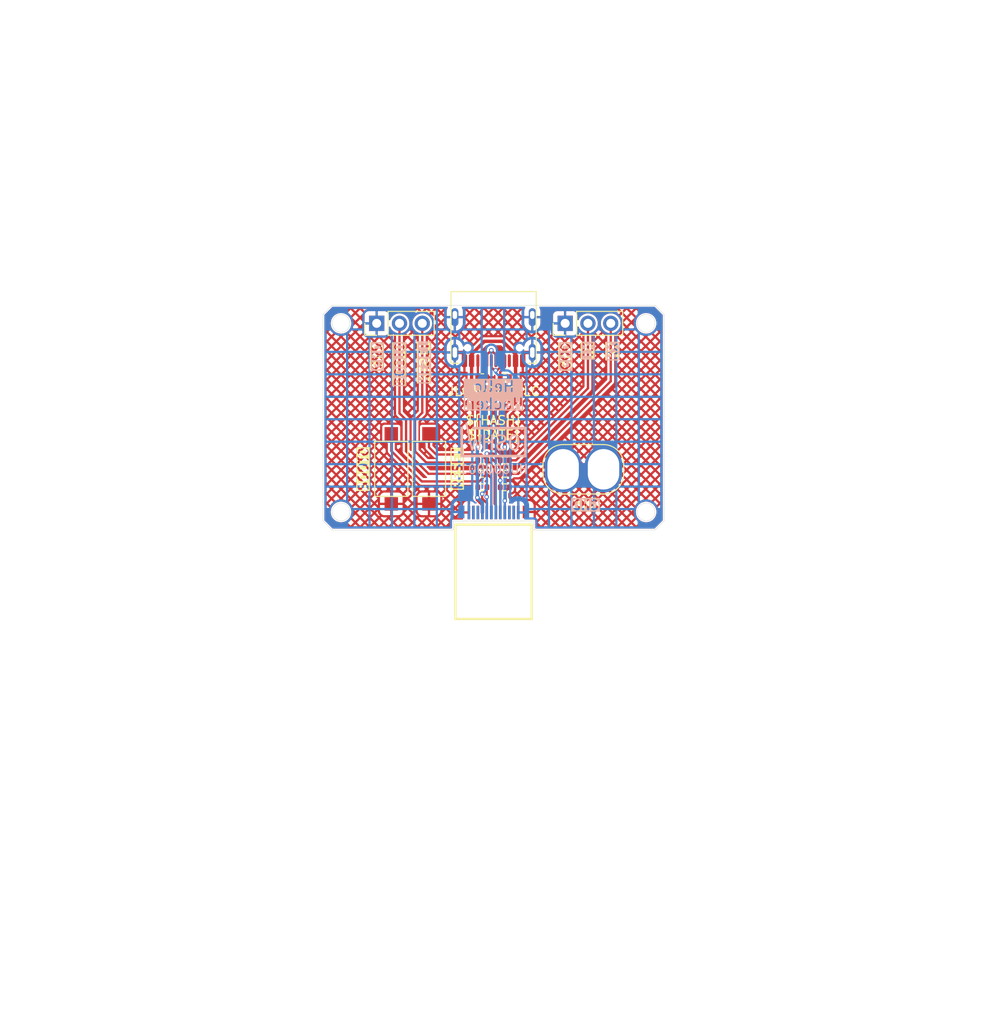
<source format=kicad_pcb>
(kicad_pcb (version 20240108) (generator "pcbnew") (generator_version "8.0")
  (layers (0 "F.Cu" signal) (31 "B.Cu" signal) (34 "B.Paste" user) (35 "F.Paste" user) (36 "B.SilkS" user "B.Silkscreen") (37 "F.SilkS" user "F.Silkscreen") (38 "B.Mask" user) (39 "F.Mask" user) (44 "Edge.Cuts" user))
  (net 0 "")
  (net 5 "Net-(USB501-VCONN)")
  (net 9 "Net-(USB501-CC)")
  (net 10 "/A7")
  (net 12 "Net-(J503-Pin_2)")
  (net 15 "GND")
  (net 16 "Net-(J501-D--PadA7)")
  (net 17 "Net-(J501-D+-PadA6)")
  (net 18 "/A6")
  (net 19 "Net-(J503-Pin_3)")
  (net 20 "VBUS")
  (net 21 "Net-(J502-Pin_3)")
  (net 22 "/SBU1")
  (net 23 "Net-(J502-Pin_2)")
  (net 24 "Net-(J501-CC2)")
  (net 25 "Net-(J501-CC1)")
  (net 26 "/SBU2")
  (footprint "Button_Switch_SMD:SW_SPST_CK_RS282G05A3" (layer "F.Cu") (at 92.8 93.2 90)
    (property "Reference" "SW502" (hide yes))
    (property "Value" "C2905169")
    (pad "1" smd rect (at -3.9 0 90) (size 1.5 1.5) (layers "F.Cu" "F.Paste" "F.Mask") (net 15 "GND"))
    (pad "2" smd rect (at 3.9 0 90) (size 1.5 1.5) (layers "F.Cu" "F.Paste" "F.Mask") (net 18 "/A6"))
  )
  (footprint "suku_basics:RES_0402" (layer "F.Cu") (at 98.75 93.75 180)
    (property "Reference" "R503" (hide yes))
    (property "Value" "0R")
    (pad "1" smd roundrect (at -0.51 0 180) (size 0.54 0.64) (layers "F.Cu" "F.Paste" "F.Mask") (net 10 "/A7"))
    (pad "2" smd roundrect (at 0.51 0 180) (size 0.54 0.64) (layers "F.Cu" "F.Paste" "F.Mask") (net 12 "Net-(J503-Pin_2)"))
  )
  (footprint "suku_basics:RES_0402" (layer "F.Cu") (at 101.25 93.75 180)
    (property "Reference" "R507" (hide yes))
    (property "Value" "0R")
    (pad "1" smd roundrect (at -0.51 0 180) (size 0.54 0.64) (layers "F.Cu" "F.Paste" "F.Mask") (net 21 "Net-(J502-Pin_3)"))
    (pad "2" smd roundrect (at 0.51 0 180) (size 0.54 0.64) (layers "F.Cu" "F.Paste" "F.Mask") (net 26 "/SBU2"))
  )
  (footprint "suku_basics:USB-TYPE-C-SMD_U261-241N-4BS60" (layer "F.Cu") (at 100 100)
    (property "Reference" "USB501" (hide yes))
    (property "Value" "U261-241N-4BS60")
    (pad "1" smd rect (at -3.6 -2) (size 0.7 1.4) (layers "B.Cu" "B.Paste" "B.Mask") (net 15 "GND"))
    (pad "2" smd rect (at 3.6 -2) (size 0.7 1.4) (layers "F.Cu" "F.Paste" "F.Mask") (net 15 "GND"))
    (pad "A1" smd rect (at 2.75 -1.94) (size 0.3 1.5) (layers "F.Cu" "F.Paste" "F.Mask") (net 15 "GND"))
    (pad "A2" smd rect (at 2.25 -1.94) (size 0.3 1.5) (layers "F.Cu" "F.Paste" "F.Mask"))
    (pad "A3" smd rect (at 1.75 -1.94) (size 0.3 1.5) (layers "F.Cu" "F.Paste" "F.Mask"))
    (pad "A4" smd rect (at 1.25 -1.94) (size 0.3 1.5) (layers "F.Cu" "F.Paste" "F.Mask") (net 20 "VBUS"))
    (pad "A5" smd rect (at 0.75 -1.94) (size 0.3 1.5) (layers "F.Cu" "F.Paste" "F.Mask") (net 9 "Net-(USB501-CC)"))
    (pad "A6" smd rect (at 0.25 -1.94) (size 0.3 1.5) (layers "F.Cu" "F.Paste" "F.Mask") (net 18 "/A6"))
    (pad "A7" smd rect (at -0.25 -1.94) (size 0.3 1.5) (layers "F.Cu" "F.Paste" "F.Mask") (net 10 "/A7"))
    (pad "A8" smd rect (at -0.75 -1.94) (size 0.3 1.5) (layers "F.Cu" "F.Paste" "F.Mask") (net 22 "/SBU1"))
    (pad "A9" smd rect (at -1.25 -1.94) (size 0.3 1.5) (layers "F.Cu" "F.Paste" "F.Mask") (net 20 "VBUS"))
    (pad "A10" smd rect (at -1.75 -1.94) (size 0.3 1.5) (layers "F.Cu" "F.Paste" "F.Mask"))
    (pad "A11" smd rect (at -2.25 -1.94) (size 0.3 1.5) (layers "F.Cu" "F.Paste" "F.Mask"))
    (pad "A12" smd rect (at -2.75 -1.94) (size 0.3 1.5) (layers "F.Cu" "F.Paste" "F.Mask") (net 15 "GND"))
    (pad "B1" smd rect (at -2.75 -1.94) (size 0.3 1.5) (layers "B.Cu" "B.Paste" "B.Mask") (net 15 "GND"))
    (pad "B2" smd rect (at -2.25 -1.94) (size 0.3 1.5) (layers "B.Cu" "B.Paste" "B.Mask"))
    (pad "B3" smd rect (at -1.75 -1.94) (size 0.3 1.5) (layers "B.Cu" "B.Paste" "B.Mask"))
    (pad "B4" smd rect (at -1.25 -1.94) (size 0.3 1.5) (layers "B.Cu" "B.Paste" "B.Mask") (net 20 "VBUS"))
    (pad "B5" smd rect (at -0.75 -1.94) (size 0.3 1.5) (layers "B.Cu" "B.Paste" "B.Mask") (net 5 "Net-(USB501-VCONN)"))
    (pad "B6" smd rect (at -0.25 -1.94) (size 0.3 1.5) (layers "B.Cu" "B.Paste" "B.Mask") (net 17 "Net-(J501-D+-PadA6)"))
    (pad "B7" smd rect (at 0.25 -1.94) (size 0.3 1.5) (layers "B.Cu" "B.Paste" "B.Mask") (net 16 "Net-(J501-D--PadA7)"))
    (pad "B8" smd rect (at 0.75 -1.94) (size 0.3 1.5) (layers "B.Cu" "B.Paste" "B.Mask") (net 26 "/SBU2"))
    (pad "B9" smd rect (at 1.25 -1.94) (size 0.3 1.5) (layers "B.Cu" "B.Paste" "B.Mask") (net 20 "VBUS"))
    (pad "B10" smd rect (at 1.75 -1.94) (size 0.3 1.5) (layers "B.Cu" "B.Paste" "B.Mask"))
    (pad "B11" smd rect (at 2.25 -1.94) (size 0.3 1.5) (layers "B.Cu" "B.Paste" "B.Mask"))
    (pad "B12" smd rect (at 2.75 -1.94) (size 0.3 1.5) (layers "B.Cu" "B.Paste" "B.Mask") (net 15 "GND"))
  )
  (footprint "suku_basics:RES_0402" (layer "F.Cu") (at 101.25 95.25 180)
    (property "Reference" "R502" (hide yes))
    (property "Value" "1k")
    (pad "1" smd roundrect (at -0.51 0 180) (size 0.54 0.64) (layers "F.Cu" "F.Paste" "F.Mask") (net 20 "VBUS"))
    (pad "2" smd roundrect (at 0.51 0 180) (size 0.54 0.64) (layers "F.Cu" "F.Paste" "F.Mask") (net 9 "Net-(USB501-CC)"))
  )
  (footprint "suku_basics:USB_C_Korean_Hroparts_TYPE-C-31-M-12" (layer "F.Cu") (at 100 78.265 180)
    (property "Reference" "J501" (hide yes))
    (property "Value" "TYPE-C-32-M-12")
    (pad "" np_thru_hole circle (at -2.89 -1.45 180) (size 0.65 0.65) (drill 0.65) (layers "*.Cu" "*.Mask"))
    (pad "" np_thru_hole circle (at 2.89 -1.45 180) (size 0.65 0.65) (drill 0.65) (layers "*.Cu" "*.Mask"))
    (pad "A1B12" smd roundrect (at -3.25 -2.895 180) (size 0.6 1.45) (layers "F.Cu" "F.Paste" "F.Mask") (net 15 "GND"))
    (pad "A4B9" smd roundrect (at -2.45 -2.895 180) (size 0.6 1.45) (layers "F.Cu" "F.Paste" "F.Mask") (net 20 "VBUS"))
    (pad "A5" smd roundrect (at -1.25 -2.895 180) (size 0.34 1.45) (layers "F.Cu" "F.Paste" "F.Mask") (roundrect_rratio 0.5) (net 25 "Net-(J501-CC1)"))
    (pad "A6" smd roundrect (at -0.25 -2.895 180) (size 0.34 1.45) (layers "F.Cu" "F.Paste" "F.Mask") (roundrect_rratio 0.5) (net 17 "Net-(J501-D+-PadA6)"))
    (pad "A7" smd roundrect (at 0.25 -2.895 180) (size 0.34 1.45) (layers "F.Cu" "F.Paste" "F.Mask") (roundrect_rratio 0.5) (net 16 "Net-(J501-D--PadA7)"))
    (pad "A8" smd roundrect (at 1.25 -2.895 180) (size 0.34 1.45) (layers "F.Cu" "F.Paste" "F.Mask") (roundrect_rratio 0.5))
    (pad "A9B4" smd roundrect (at 2.45 -2.895 180) (size 0.6 1.45) (layers "F.Cu" "F.Paste" "F.Mask") (net 20 "VBUS"))
    (pad "A12B1" smd roundrect (at 3.25 -2.895 180) (size 0.6 1.45) (layers "F.Cu" "F.Paste" "F.Mask") (net 15 "GND"))
    (pad "B5" smd roundrect (at 1.75 -2.895 180) (size 0.34 1.45) (layers "F.Cu" "F.Paste" "F.Mask") (roundrect_rratio 0.5) (net 24 "Net-(J501-CC2)"))
    (pad "B6" smd roundrect (at 0.75 -2.895 180) (size 0.34 1.45) (layers "F.Cu" "F.Paste" "F.Mask") (roundrect_rratio 0.5) (net 17 "Net-(J501-D+-PadA6)"))
    (pad "B7" smd roundrect (at -0.75 -2.895 180) (size 0.34 1.45) (layers "F.Cu" "F.Paste" "F.Mask") (roundrect_rratio 0.5) (net 16 "Net-(J501-D--PadA7)"))
    (pad "B8" smd roundrect (at -1.75 -2.895 180) (size 0.34 1.45) (layers "F.Cu" "F.Paste" "F.Mask") (roundrect_rratio 0.5))
    (pad "S1" thru_hole oval (at -4.32 -1.98 180) (size 0.8 1.9) (drill oval 0.5 1.2) (layers "*.Cu" "*.Mask" "F.Paste") (net 15 "GND"))
    (pad "S2" thru_hole oval (at 4.32 -1.98 180) (size 0.8 1.9) (drill oval 0.5 1.2) (layers "*.Cu" "*.Mask" "F.Paste") (net 15 "GND"))
    (pad "S3" thru_hole oval (at -4.32 2.2 180) (size 0.8 2) (drill oval 0.5 0.9 (offset 0 -0.25)) (layers "*.Cu" "*.Mask" "F.Paste") (net 15 "GND"))
    (pad "S4" thru_hole oval (at 4.32 2.2 180) (size 0.8 2) (drill oval 0.5 0.9 (offset 0 -0.25)) (layers "*.Cu" "*.Mask" "F.Paste") (net 15 "GND"))
  )
  (footprint "suku_basics:OscilloscopeGround" (layer "F.Cu") (at 110 93.25)
    (property "Reference" "J504" (hide yes))
    (property "Value" "Conn_01x02")
    (pad "1" thru_hole roundrect (at -2.25 0) (size 4 5) (drill oval 3.5 4.5) (layers "*.Cu" "*.Mask") (roundrect_rratio 0.5) (net 15 "GND"))
    (pad "2" thru_hole roundrect (at 2.25 0) (size 4 5) (drill oval 3.5 4.5) (layers "*.Cu" "*.Mask") (roundrect_rratio 0.5) (net 15 "GND"))
  )
  (footprint "suku_basics:RES_0402" (layer "F.Cu") (at 98.75 83)
    (property "Reference" "R504" (hide yes))
    (property "Value" "5k1")
    (pad "1" smd roundrect (at -0.51 0) (size 0.54 0.64) (layers "F.Cu" "F.Paste" "F.Mask") (net 24 "Net-(J501-CC2)"))
    (pad "2" smd roundrect (at 0.51 0) (size 0.54 0.64) (layers "F.Cu" "F.Paste" "F.Mask") (net 15 "GND"))
  )
  (footprint "suku_basics:RES_0402" (layer "F.Cu") (at 98.75 95.25)
    (property "Reference" "R501" (hide yes))
    (property "Value" "1k")
    (pad "1" smd roundrect (at -0.51 0) (size 0.54 0.64) (layers "F.Cu" "F.Paste" "F.Mask") (net 20 "VBUS"))
    (pad "2" smd roundrect (at 0.51 0) (size 0.54 0.64) (layers "F.Cu" "F.Paste" "F.Mask") (net 5 "Net-(USB501-VCONN)"))
  )
  (footprint "Button_Switch_SMD:SW_SPST_CK_RS282G05A3" (layer "F.Cu") (at 88.6 93.2 90)
    (property "Reference" "SW501" (hide yes))
    (property "Value" "C2905169")
    (pad "1" smd rect (at -3.9 0 90) (size 1.5 1.5) (layers "F.Cu" "F.Paste" "F.Mask") (net 15 "GND"))
    (pad "2" smd rect (at 3.9 0 90) (size 1.5 1.5) (layers "F.Cu" "F.Paste" "F.Mask") (net 10 "/A7"))
  )
  (footprint "suku_basics:RES_0402" (layer "F.Cu") (at 101.25 83)
    (property "Reference" "R505" (hide yes))
    (property "Value" "5k1")
    (pad "1" smd roundrect (at -0.51 0) (size 0.54 0.64) (layers "F.Cu" "F.Paste" "F.Mask") (net 25 "Net-(J501-CC1)"))
    (pad "2" smd roundrect (at 0.51 0) (size 0.54 0.64) (layers "F.Cu" "F.Paste" "F.Mask") (net 15 "GND"))
  )
  (footprint "suku_basics:RES_0402" (layer "F.Cu") (at 101.25 92.25)
    (property "Reference" "R508" (hide yes))
    (property "Value" "0R")
    (pad "1" smd roundrect (at -0.51 0) (size 0.54 0.64) (layers "F.Cu" "F.Paste" "F.Mask") (net 22 "/SBU1"))
    (pad "2" smd roundrect (at 0.51 0) (size 0.54 0.64) (layers "F.Cu" "F.Paste" "F.Mask") (net 23 "Net-(J502-Pin_2)"))
  )
  (footprint "suku_basics:RES_0402" (layer "F.Cu") (at 98.75 92.25)
    (property "Reference" "R506" (hide yes))
    (property "Value" "0R")
    (pad "1" smd roundrect (at -0.51 0) (size 0.54 0.64) (layers "F.Cu" "F.Paste" "F.Mask") (net 19 "Net-(J503-Pin_3)"))
    (pad "2" smd roundrect (at 0.51 0) (size 0.54 0.64) (layers "F.Cu" "F.Paste" "F.Mask") (net 18 "/A6"))
  )
  (footprint "Connector_PinHeader_2.54mm:PinHeader_1x03_P2.54mm_Vertical" (layer "F.Cu") (at 107.975 77 90)
    (property "Reference" "J502" (hide yes))
    (property "Value" "Conn_01x03")
    (pad "1" thru_hole rect (at 0 0 90) (size 1.7 1.7) (drill 1) (layers "*.Cu" "*.Mask") (net 15 "GND"))
    (pad "2" thru_hole oval (at 0 2.54 90) (size 1.7 1.7) (drill 1) (layers "*.Cu" "*.Mask") (net 23 "Net-(J502-Pin_2)"))
    (pad "3" thru_hole oval (at 0 5.08 90) (size 1.7 1.7) (drill 1) (layers "*.Cu" "*.Mask") (net 21 "Net-(J502-Pin_3)"))
  )
  (footprint "Connector_PinHeader_2.54mm:PinHeader_1x03_P2.54mm_Vertical" (layer "F.Cu") (at 86.975 77 90)
    (property "Reference" "J503" (hide yes))
    (property "Value" "Conn_01x03")
    (pad "1" thru_hole rect (at 0 0 90) (size 1.7 1.7) (drill 1) (layers "*.Cu" "*.Mask") (net 15 "GND"))
    (pad "2" thru_hole oval (at 0 2.54 90) (size 1.7 1.7) (drill 1) (layers "*.Cu" "*.Mask") (net 12 "Net-(J503-Pin_2)"))
    (pad "3" thru_hole oval (at 0 5.08 90) (size 1.7 1.7) (drill 1) (layers "*.Cu" "*.Mask") (net 19 "Net-(J503-Pin_3)"))
  )
  (footprint "suku_basics:OSHWA" (layer "B.Cu") (at 100 91 180)
    (property "Reference" "H534" (hide yes))
    (property "Value" "Outline" (hide yes))
  )
  (gr_circle (center 117 77) (end 117 76) (stroke (width 0.05)) (fill none) (layer "Edge.Cuts"))
  (gr_line (start 95.5 100) (end 95.5 99) (stroke (width 0.05)) (layer "Edge.Cuts"))
  (gr_line (start 118 75) (end 82 75) (stroke (width 0.05)) (layer "Edge.Cuts"))
  (gr_line (start 104.5 100) (end 118 100) (stroke (width 0.05)) (layer "Edge.Cuts"))
  (gr_circle (center 83 77) (end 83 76) (stroke (width 0.05)) (fill none) (layer "Edge.Cuts"))
  (gr_line (start 82 100) (end 95.5 100) (stroke (width 0.05)) (layer "Edge.Cuts"))
  (gr_line (start 119 76) (end 118 75) (stroke (width 0.05)) (layer "Edge.Cuts"))
  (gr_line (start 81 76) (end 81 99) (stroke (width 0.05)) (layer "Edge.Cuts"))
  (gr_circle (center 83 98) (end 83 97) (stroke (width 0.05)) (fill none) (layer "Edge.Cuts"))
  (gr_line (start 95.5 99) (end 104.5 99) (stroke (width 0.05)) (layer "Edge.Cuts"))
  (gr_line (start 118 100) (end 119 99) (stroke (width 0.05)) (layer "Edge.Cuts"))
  (gr_circle (center 117 98) (end 117 97) (stroke (width 0.05)) (fill none) (layer "Edge.Cuts"))
  (gr_line (start 104.5 99) (end 104.5 100) (stroke (width 0.05)) (layer "Edge.Cuts"))
  (gr_line (start 119 99) (end 119 76) (stroke (width 0.05)) (layer "Edge.Cuts"))
  (gr_line (start 81 76) (end 82 75) (stroke (width 0.05)) (layer "Edge.Cuts"))
  (gr_line (start 81 99) (end 82 100) (stroke (width 0.05)) (layer "Edge.Cuts"))
  (gr_text "GND" (at 110.25 97.25 -0) (layer "B.SilkS" knockout) (effects (font (size 1 1) (thickness 0.25) (bold yes)) (justify mirror)))
  (gr_text "RX" (at 113.25 79 -90) (layer "B.SilkS" knockout) (effects (font (size 1 1) (thickness 0.25) (bold yes)) (justify right mirror)))
  (gr_text "BOOT0" (at 89.5 79 -90) (layer "B.SilkS" knockout) (effects (font (size 1 1) (thickness 0.25) (bold yes)) (justify right mirror)))
  (gr_text "GND" (at 87 79 -90) (layer "B.SilkS" knockout) (effects (font (size 1 1) (thickness 0.25) (bold yes)) (justify right mirror)))
  (gr_text "TX" (at 110.5 79 -90) (layer "B.SilkS" knockout) (effects (font (size 1 1) (thickness 0.25) (bold yes)) (justify right mirror)))
  (gr_text "GND" (at 108 79 -90) (layer "B.SilkS" knockout) (effects (font (size 1 1) (thickness 0.25) (bold yes)) (justify right mirror)))
  (gr_text "Hello\nHacker!" (at 100 85 0) (layer "B.SilkS" knockout) (effects (font (size 1.2 1.2)) (justify mirror)))
  (gr_text "RESET" (at 92.25 79 -90) (layer "B.SilkS" knockout) (effects (font (size 1 1) (thickness 0.25) (bold yes)) (justify right mirror)))
  (gr_text "RX" (at 113.25 79 90) (layer "F.SilkS" knockout) (effects (font (size 1 1) (thickness 0.25) (bold yes)) (justify right)))
  (gr_text "BOOT0" (at 89.5 79 90) (layer "F.SilkS" knockout) (effects (font (size 1 1) (thickness 0.25) (bold yes)) (justify right)))
  (gr_text "TX" (at 110.5 79 90) (layer "F.SilkS" knockout) (effects (font (size 1 1) (thickness 0.25) (bold yes)) (justify right)))
  (gr_text "RESET" (at 96 93.25 90) (layer "F.SilkS" knockout) (effects (font (size 1 1) (thickness 0.25) (bold yes))))
  (gr_text "RESET" (at 92.25 79 90) (layer "F.SilkS" knockout) (effects (font (size 1 1) (thickness 0.25) (bold yes)) (justify right)))
  (gr_text "BOOT0" (at 85.5 93.25 90) (layer "F.SilkS" knockout) (effects (font (size 1 1) (thickness 0.25) (bold yes))))
  (gr_text "GND" (at 110.25 97.25 0) (layer "F.SilkS" knockout) (effects (font (size 1 1) (thickness 0.25) (bold yes))))
  (gr_text "GND" (at 108 79 90) (layer "F.SilkS" knockout) (effects (font (size 1 1) (thickness 0.25) (bold yes)) (justify right)))
  (gr_text "GND" (at 87 79 90) (layer "F.SilkS" knockout) (effects (font (size 1 1) (thickness 0.25) (bold yes)) (justify right)))
  (gr_text "JLCJLCJLCJLC\n${PROJECTNAME}\n${HASH}\n${DATE}" (at 100 87 0) (layer "F.SilkS") (effects (font (size 1 1))))
  (segment (start 99.227 95.283) (end 99.227 96.325734) (width 0.254) (layer "F.Cu") (net 5))
  (segment (start 99.26 95.25) (end 99.227 95.283) (width 0.254) (layer "F.Cu") (net 5))
  (via (at 99.227 96.325734) (size 0.5) (drill 0.3) (layers "F.Cu" "B.Cu") (net 5))
  (segment (start 99.25 96.348734) (end 99.227 96.325734) (width 0.254) (layer "B.Cu") (net 5))
  (segment (start 99.25 98.06) (end 99.25 96.348734) (width 0.254) (layer "B.Cu") (net 5))
  (segment (start 100.75 98.06) (end 100.75 95.26) (width 0.254) (layer "F.Cu") (net 9))
  (segment (start 100.75 95.26) (end 100.74 95.25) (width 0.254) (layer "F.Cu") (net 9))
  (segment (start 99.75 98.06) (end 99.757 98.053) (width 0.254) (layer "F.Cu") (net 10))
  (segment (start 99.757 94.247) (end 99.26 93.75) (width 0.254) (layer "F.Cu") (net 10))
  (segment (start 88.6 91.2) (end 92 94.6) (width 0.254) (layer "F.Cu") (net 10))
  (segment (start 99.757 98.053) (end 99.757 94.247) (width 0.254) (layer "F.Cu") (net 10))
  (segment (start 88.6 89.3) (end 88.6 91.2) (width 0.254) (layer "F.Cu") (net 10))
  (segment (start 92 94.6) (end 98.41 94.6) (width 0.254) (layer "F.Cu") (net 10))
  (segment (start 98.41 94.6) (end 99.26 93.75) (width 0.254) (layer "F.Cu") (net 10))
  (segment (start 92.75 93.75) (end 98.24 93.75) (width 0.254) (layer "F.Cu") (net 12))
  (segment (start 89.515 77) (end 89.515 87.015) (width 0.254) (layer "F.Cu") (net 12))
  (segment (start 89.515 87.015) (end 90.25 87.75) (width 0.254) (layer "F.Cu") (net 12))
  (segment (start 90.25 87.75) (end 90.25 91.25) (width 0.254) (layer "F.Cu") (net 12))
  (segment (start 90.25 91.25) (end 92.75 93.75) (width 0.254) (layer "F.Cu") (net 12))
  (segment (start 101.75 83.75) (end 101.76 83.74) (width 0.254) (layer "F.Cu") (net 15))
  (segment (start 96.75 80.5) (end 96.75 81.16) (width 0.381) (layer "F.Cu") (net 15))
  (segment (start 99.26 83.74) (end 99.25 83.75) (width 0.254) (layer "F.Cu") (net 15))
  (segment (start 103.25 80.5) (end 103.505 80.245) (width 0.381) (layer "F.Cu") (net 15))
  (segment (start 103.25 81.16) (end 103.25 80.5) (width 0.381) (layer "F.Cu") (net 15))
  (segment (start 99.26 83) (end 99.26 83.74) (width 0.254) (layer "F.Cu") (net 15))
  (segment (start 95.68 80.245) (end 96.495 80.245) (width 0.381) (layer "F.Cu") (net 15))
  (segment (start 96.495 80.245) (end 96.75 80.5) (width 0.381) (layer "F.Cu") (net 15))
  (segment (start 103.505 80.245) (end 104.32 80.245) (width 0.381) (layer "F.Cu") (net 15))
  (segment (start 101.76 83.74) (end 101.76 83) (width 0.254) (layer "F.Cu") (net 15))
  (via (at 99.25 83.75) (size 0.5) (drill 0.3) (layers "F.Cu" "B.Cu") (net 15))
  (via (at 101.75 83.75) (size 0.5) (drill 0.3) (layers "F.Cu" "B.Cu") (net 15))
  (segment (start 99.75 81.884999) (end 99.75 81.16) (width 0.254) (layer "F.Cu") (net 16))
  (segment (start 100.227 82.234945) (end 100.400054 82.234945) (width 0.254) (layer "F.Cu") (net 16))
  (segment (start 100.099946 82.234945) (end 99.75 81.884999) (width 0.254) (layer "F.Cu") (net 16))
  (segment (start 100.400054 82.234945) (end 100.75 81.884999) (width 0.254) (layer "F.Cu") (net 16))
  (segment (start 100.75 81.884999) (end 100.75 81.16) (width 0.254) (layer "F.Cu") (net 16))
  (segment (start 100.227 82.234945) (end 100.099946 82.234945) (width 0.254) (layer "F.Cu") (net 16))
  (via (at 100.227 82.234945) (size 0.5) (drill 0.3) (layers "F.Cu" "B.Cu") (net 16))
  (segment (start 100.227 82.234945) (end 100.25 82.257945) (width 0.254) (layer "B.Cu") (net 16))
  (segment (start 100.5 83.25) (end 100.25 83.5) (width 0.254) (layer "B.Cu") (net 16))
  (segment (start 101.5 82.75) (end 101.75 83) (width 0.254) (layer "B.Cu") (net 16))
  (segment (start 101.5 83.25) (end 100.5 83.25) (width 0.254) (layer "B.Cu") (net 16))
  (segment (start 101.75 83) (end 101.5 83.25) (width 0.254) (layer "B.Cu") (net 16))
  (segment (start 100.25 82.5) (end 100.5 82.75) (width 0.254) (layer "B.Cu") (net 16))
  (segment (start 100.25 82.257945) (end 100.25 82.5) (width 0.254) (layer "B.Cu") (net 16))
  (segment (start 100.25 83.5) (end 100.25 98.06) (width 0.254) (layer "B.Cu") (net 16))
  (segment (start 100.5 82.75) (end 101.5 82.75) (width 0.254) (layer "B.Cu") (net 16))
  (segment (start 99.75 80) (end 99.25 80.5) (width 0.254) (layer "F.Cu") (net 17))
  (segment (start 100.25 80.5) (end 99.75 80) (width 0.254) (layer "F.Cu") (net 17))
  (segment (start 99.25 80.5) (end 99.25 81.16) (width 0.254) (layer "F.Cu") (net 17))
  (segment (start 100.25 81.16) (end 100.25 80.5) (width 0.254) (layer "F.Cu") (net 17))
  (via (at 99.75 80) (size 0.5) (drill 0.3) (layers "F.Cu" "B.Cu") (net 17))
  (segment (start 99.75 98.06) (end 99.75 80) (width 0.254) (layer "B.Cu") (net 17))
  (segment (start 99.75 98.06) (end 99.75 98) (width 0.254) (layer "B.Cu") (net 17))
  (segment (start 100.25 98.06) (end 100.25 97.222) (width 0.254) (layer "F.Cu") (net 18))
  (segment (start 100.111 93.101) (end 99.26 92.25) (width 0.254) (layer "F.Cu") (net 18))
  (segment (start 93.6 91.6) (end 98.61 91.6) (width 0.254) (layer "F.Cu") (net 18))
  (segment (start 98.61 91.6) (end 99.26 92.25) (width 0.254) (layer "F.Cu") (net 18))
  (segment (start 100.111 97.083) (end 100.111 93.101) (width 0.254) (layer "F.Cu") (net 18))
  (segment (start 92.8 90.8) (end 93.6 91.6) (width 0.254) (layer "F.Cu") (net 18))
  (segment (start 92.8 89.3) (end 92.8 90.8) (width 0.254) (layer "F.Cu") (net 18))
  (segment (start 100.25 97.222) (end 100.111 97.083) (width 0.254) (layer "F.Cu") (net 18))
  (segment (start 91.25 87.75) (end 91.25 91.25) (width 0.254) (layer "F.Cu") (net 19))
  (segment (start 92.055 77) (end 92.055 86.945) (width 0.254) (layer "F.Cu") (net 19))
  (segment (start 91.25 91.25) (end 92.5 92.5) (width 0.254) (layer "F.Cu") (net 19))
  (segment (start 92.5 92.5) (end 97.99 92.5) (width 0.254) (layer "F.Cu") (net 19))
  (segment (start 92.055 86.945) (end 91.25 87.75) (width 0.254) (layer "F.Cu") (net 19))
  (segment (start 97.99 92.5) (end 98.24 92.25) (width 0.254) (layer "F.Cu") (net 19))
  (segment (start 102.45 80.435001) (end 102.45 81.16) (width 0.381) (layer "F.Cu") (net 20))
  (segment (start 101.25 90.75) (end 101.25 87) (width 0.381) (layer "F.Cu") (net 20))
  (segment (start 101.014999 79) (end 102.45 80.435001) (width 0.381) (layer "F.Cu") (net 20))
  (segment (start 101.76 95.25) (end 101.26 95.75) (width 0.254) (layer "F.Cu") (net 20))
  (segment (start 102.45 85.8) (end 102.45 81.16) (width 0.381) (layer "F.Cu") (net 20))
  (segment (start 101.25 98.06) (end 101.25 96.75) (width 0.254) (layer "F.Cu") (net 20))
  (segment (start 98.191007 95.298993) (end 98.24 95.25) (width 0.381) (layer "F.Cu") (net 20))
  (segment (start 101.25 96.75) (end 101.25 95.75) (width 0.254) (layer "F.Cu") (net 20))
  (segment (start 98.2 96.4) (end 98.191007 96.391007) (width 0.381) (layer "F.Cu") (net 20))
  (segment (start 98.2 96.631874) (end 98.2 96.4) (width 0.381) (layer "F.Cu") (net 20))
  (segment (start 98.75 97.181874) (end 98.2 96.631874) (width 0.381) (layer "F.Cu") (net 20))
  (segment (start 98.985001 79) (end 101.014999 79) (width 0.381) (layer "F.Cu") (net 20))
  (segment (start 98.75 98.06) (end 98.75 97.181874) (width 0.381) (layer "F.Cu") (net 20))
  (segment (start 97.55 81.16) (end 97.55 84.55) (width 0.381) (layer "F.Cu") (net 20))
  (segment (start 97.55 84.55) (end 98.25 85.25) (width 0.381) (layer "F.Cu") (net 20))
  (segment (start 97.55 80.435001) (end 98.985001 79) (width 0.381) (layer "F.Cu") (net 20))
  (segment (start 101.26 95.75) (end 101.25 95.75) (width 0.254) (layer "F.Cu") (net 20))
  (segment (start 98.25 85.25) (end 98.25 90.75) (width 0.381) (layer "F.Cu") (net 20))
  (segment (start 101.25 87) (end 102.45 85.8) (width 0.381) (layer "F.Cu") (net 20))
  (segment (start 97.55 81.16) (end 97.55 80.435001) (width 0.381) (layer "F.Cu") (net 20))
  (segment (start 98.191007 96.391007) (end 98.191007 95.298993) (width 0.381) (layer "F.Cu") (net 20))
  (via (at 101.25 96.75) (size 0.5) (drill 0.3) (layers "F.Cu" "B.Cu") (net 20))
  (via (at 98.25 90.75) (size 0.5) (drill 0.3) (layers "F.Cu" "B.Cu") (net 20))
  (via (at 98.2 96.4) (size 0.5) (drill 0.3) (layers "F.Cu" "B.Cu") (net 20))
  (via (at 101.25 90.75) (size 0.5) (drill 0.3) (layers "F.Cu" "B.Cu") (net 20))
  (segment (start 101.2805 90.7805) (end 101.25 90.75) (width 0.381) (layer "B.Cu") (net 20))
  (segment (start 101.2805 96.7195) (end 101.2805 90.7805) (width 0.381) (layer "B.Cu") (net 20))
  (segment (start 98.2 96.4) (end 98.191007 96.391007) (width 0.381) (layer "B.Cu") (net 20))
  (segment (start 98.75 96.95) (end 98.2 96.4) (width 0.381) (layer "B.Cu") (net 20))
  (segment (start 98.191007 96.391007) (end 98.191007 90.808993) (width 0.381) (layer "B.Cu") (net 20))
  (segment (start 98.75 98.06) (end 98.75 96.95) (width 0.381) (layer "B.Cu") (net 20))
  (segment (start 101.25 98.06) (end 101.25 96.75) (width 0.254) (layer "B.Cu") (net 20))
  (segment (start 101.25 96.75) (end 101.2805 96.7195) (width 0.381) (layer "B.Cu") (net 20))
  (segment (start 98.191007 90.808993) (end 98.25 90.75) (width 0.381) (layer "B.Cu") (net 20))
  (segment (start 102.75 93.75) (end 113.055 83.445) (width 0.254) (layer "F.Cu") (net 21))
  (segment (start 101.76 93.75) (end 102.75 93.75) (width 0.254) (layer "F.Cu") (net 21))
  (segment (start 113.055 83.445) (end 113.055 77) (width 0.254) (layer "F.Cu") (net 21))
  (segment (start 99.25 97.023314) (end 98.731507 96.504821) (width 0.254) (layer "F.Cu") (net 22))
  (segment (start 99.25 91.5) (end 99.99 91.5) (width 0.254) (layer "F.Cu") (net 22))
  (segment (start 98.731507 96.504821) (end 98.731507 95.987371) (width 0.254) (layer "F.Cu") (net 22))
  (segment (start 99.25 98.06) (end 99.25 97.023314) (width 0.254) (layer "F.Cu") (net 22))
  (segment (start 99.99 91.5) (end 100.74 92.25) (width 0.254) (layer "F.Cu") (net 22))
  (via (at 98.731507 95.987371) (size 0.5) (drill 0.3) (layers "F.Cu" "B.Cu") (net 22))
  (via (at 99.25 91.5) (size 0.5) (drill 0.3) (layers "F.Cu" "B.Cu") (net 22))
  (segment (start 99.25 95.468878) (end 98.731507 95.987371) (width 0.254) (layer "B.Cu") (net 22))
  (segment (start 99.25 91.5) (end 99.25 95.468878) (width 0.254) (layer "B.Cu") (net 22))
  (segment (start 102.5 92.25) (end 110.515 84.235) (width 0.254) (layer "F.Cu") (net 23))
  (segment (start 110.515 84.235) (end 110.515 77) (width 0.254) (layer "F.Cu") (net 23))
  (segment (start 101.76 92.25) (end 102.5 92.25) (width 0.254) (layer "F.Cu") (net 23))
  (segment (start 98.26 81.791154) (end 98.25 81.781154) (width 0.254) (layer "F.Cu") (net 24))
  (segment (start 98.25 81.781154) (end 98.25 81.16) (width 0.254) (layer "F.Cu") (net 24))
  (segment (start 98.24 83) (end 98.25 82.99) (width 0.254) (layer "F.Cu") (net 24))
  (segment (start 98.25 82.99) (end 98.25 81.16) (width 0.254) (layer "F.Cu") (net 24))
  (segment (start 101.25 81.885631) (end 101.25 81.16) (width 0.254) (layer "F.Cu") (net 25))
  (segment (start 100.74 82.395631) (end 101.25 81.885631) (width 0.254) (layer "F.Cu") (net 25))
  (segment (start 100.74 83) (end 100.74 82.395631) (width 0.254) (layer "F.Cu") (net 25))
  (segment (start 100.74 94.5) (end 100.74 93.75) (width 0.254) (layer "F.Cu") (net 26))
  (via (at 100.74 94.5) (size 0.5) (drill 0.3) (layers "F.Cu" "B.Cu") (net 26))
  (segment (start 100.75 94.51) (end 100.75 98.06) (width 0.254) (layer "B.Cu") (net 26))
  (segment (start 100.74 94.5) (end 100.75 94.51) (width 0.254) (layer "B.Cu") (net 26))
  (zone (net 15) (net_name "GND") (layer "F.Cu") (connect_pads (clearance 0.254)) (min_thickness 0.1524) (fill yes (mode hatch) (thermal_gap 0.508) (thermal_bridge_width 0.254) (island_removal_mode 1) (island_area_min 10) (hatch_thickness 0.25) (hatch_gap 0.5) (hatch_orientation 45) (hatch_border_algorithm hatch_thickness) (hatch_min_hole_area 0.3))
    (polygon (pts (xy 45 45) (xy 46 41) (xy 48 41) (xy 49 45) (xy 155 45) (xy 155 155) (xy 45 155)))
  )
  (zone (net 15) (net_name "GND") (layer "B.Cu") (connect_pads (clearance 0.254)) (min_thickness 0.1524) (fill yes (mode hatch) (thermal_gap 0.508) (thermal_bridge_width 0.254) (island_removal_mode 1) (island_area_min 10) (hatch_thickness 0.25) (hatch_gap 2.25) (hatch_orientation 0) (hatch_border_algorithm hatch_thickness) (hatch_min_hole_area 0.3))
    (polygon (pts (xy 45 45) (xy 54 45) (xy 55 41) (xy 57 41) (xy 58 45) (xy 155 45) (xy 155 155) (xy 45 155)))
  )
)
</source>
